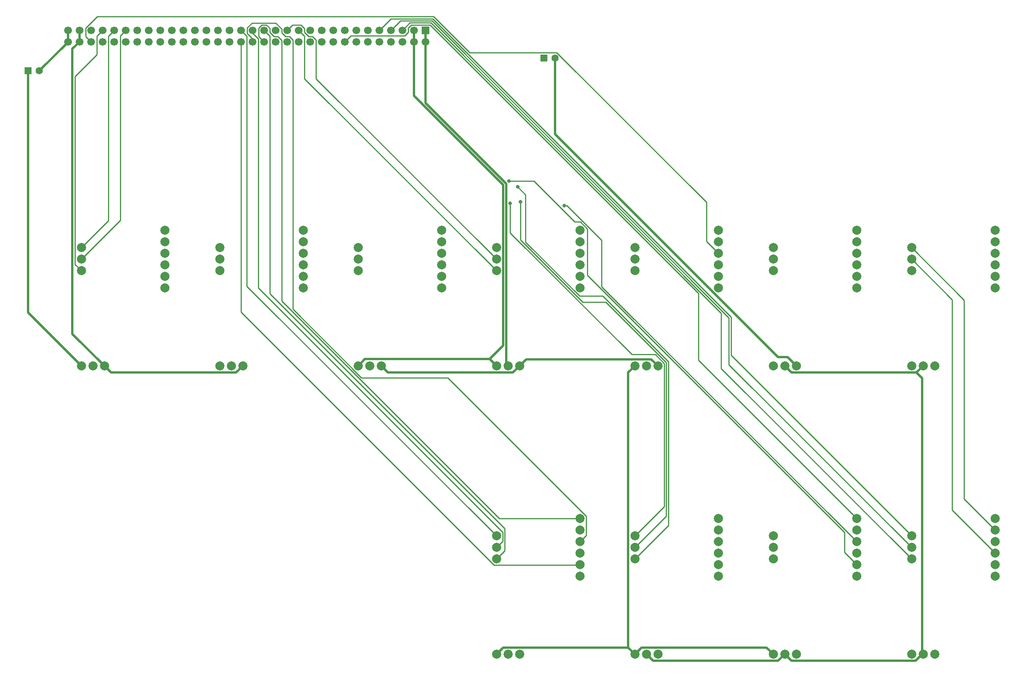
<source format=gbr>
G04 #@! TF.GenerationSoftware,KiCad,Pcbnew,(5.0.0)*
G04 #@! TF.CreationDate,2019-11-08T18:27:29+00:00*
G04 #@! TF.ProjectId,A-FS,412D46532E6B696361645F7063620000,rev?*
G04 #@! TF.SameCoordinates,Original*
G04 #@! TF.FileFunction,Copper,L2,Bot,Signal*
G04 #@! TF.FilePolarity,Positive*
%FSLAX46Y46*%
G04 Gerber Fmt 4.6, Leading zero omitted, Abs format (unit mm)*
G04 Created by KiCad (PCBNEW (5.0.0)) date 11/08/19 18:27:29*
%MOMM*%
%LPD*%
G01*
G04 APERTURE LIST*
G04 #@! TA.AperFunction,ComponentPad*
%ADD10C,2.000000*%
G04 #@! TD*
G04 #@! TA.AperFunction,ComponentPad*
%ADD11C,1.600000*%
G04 #@! TD*
G04 #@! TA.AperFunction,ComponentPad*
%ADD12R,1.600000X1.600000*%
G04 #@! TD*
G04 #@! TA.AperFunction,ComponentPad*
%ADD13C,1.700000*%
G04 #@! TD*
G04 #@! TA.AperFunction,ComponentPad*
%ADD14R,1.700000X1.700000*%
G04 #@! TD*
G04 #@! TA.AperFunction,ViaPad*
%ADD15C,0.800000*%
G04 #@! TD*
G04 #@! TA.AperFunction,Conductor*
%ADD16C,0.500000*%
G04 #@! TD*
G04 #@! TA.AperFunction,Conductor*
%ADD17C,0.250000*%
G04 #@! TD*
G04 APERTURE END LIST*
D10*
G04 #@! TO.P,U8,13*
G04 #@! TO.N,Net-(U1-Pad5)*
X225425000Y-78740000D03*
G04 #@! TO.P,U8,12*
G04 #@! TO.N,Net-(U1-Pad3)*
X225425000Y-81280000D03*
G04 #@! TO.P,U8,11*
G04 #@! TO.N,Net-(U1-Pad1)*
X225425000Y-83820000D03*
G04 #@! TO.P,U8,6*
G04 #@! TO.N,IR3*
X243840000Y-74930000D03*
G04 #@! TO.P,U8,5*
G04 #@! TO.N,N/C*
X243840000Y-77470000D03*
G04 #@! TO.P,U8,4*
G04 #@! TO.N,IR2*
X243840000Y-80010000D03*
G04 #@! TO.P,U8,3*
G04 #@! TO.N,N/C*
X243840000Y-82550000D03*
G04 #@! TO.P,U8,2*
G04 #@! TO.N,IR1*
X243840000Y-85090000D03*
G04 #@! TO.P,U8,1*
G04 #@! TO.N,N/C*
X243840000Y-87630000D03*
G04 #@! TO.P,U8,23*
G04 #@! TO.N,Neg6v*
X230505000Y-104775000D03*
G04 #@! TO.P,U8,22*
G04 #@! TO.N,GND*
X227965000Y-104775000D03*
G04 #@! TO.P,U8,21*
G04 #@! TO.N,6v*
X225425000Y-104775000D03*
G04 #@! TD*
G04 #@! TO.P,U1,13*
G04 #@! TO.N,IP'3*
X225425000Y-142240000D03*
G04 #@! TO.P,U1,12*
G04 #@! TO.N,IP'2*
X225425000Y-144780000D03*
G04 #@! TO.P,U1,11*
G04 #@! TO.N,IP'1*
X225425000Y-147320000D03*
G04 #@! TO.P,U1,6*
G04 #@! TO.N,N/C*
X243840000Y-138430000D03*
G04 #@! TO.P,U1,5*
G04 #@! TO.N,Net-(U1-Pad5)*
X243840000Y-140970000D03*
G04 #@! TO.P,U1,4*
G04 #@! TO.N,N/C*
X243840000Y-143510000D03*
G04 #@! TO.P,U1,3*
G04 #@! TO.N,Net-(U1-Pad3)*
X243840000Y-146050000D03*
G04 #@! TO.P,U1,2*
G04 #@! TO.N,N/C*
X243840000Y-148590000D03*
G04 #@! TO.P,U1,1*
G04 #@! TO.N,Net-(U1-Pad1)*
X243840000Y-151130000D03*
G04 #@! TO.P,U1,23*
G04 #@! TO.N,Neg6v*
X230505000Y-168275000D03*
G04 #@! TO.P,U1,22*
G04 #@! TO.N,GND*
X227965000Y-168275000D03*
G04 #@! TO.P,U1,21*
G04 #@! TO.N,6v*
X225425000Y-168275000D03*
G04 #@! TD*
G04 #@! TO.P,U12,13*
G04 #@! TO.N,W15*
X103505000Y-78740000D03*
G04 #@! TO.P,U12,12*
G04 #@! TO.N,N/C*
X103505000Y-81280000D03*
G04 #@! TO.P,U12,11*
X103505000Y-83820000D03*
G04 #@! TO.P,U12,6*
G04 #@! TO.N,~NG15~k*
X121920000Y-74930000D03*
G04 #@! TO.P,U12,5*
G04 #@! TO.N,N/C*
X121920000Y-77470000D03*
G04 #@! TO.P,U12,4*
X121920000Y-80010000D03*
G04 #@! TO.P,U12,3*
X121920000Y-82550000D03*
G04 #@! TO.P,U12,2*
X121920000Y-85090000D03*
G04 #@! TO.P,U12,1*
X121920000Y-87630000D03*
G04 #@! TO.P,U12,23*
G04 #@! TO.N,Neg6v*
X108585000Y-104775000D03*
G04 #@! TO.P,U12,22*
G04 #@! TO.N,GND*
X106045000Y-104775000D03*
G04 #@! TO.P,U12,21*
G04 #@! TO.N,6v*
X103505000Y-104775000D03*
G04 #@! TD*
G04 #@! TO.P,U11,13*
G04 #@! TO.N,W18*
X133985000Y-78740000D03*
G04 #@! TO.P,U11,12*
G04 #@! TO.N,W14*
X133985000Y-81280000D03*
G04 #@! TO.P,U11,11*
G04 #@! TO.N,W16*
X133985000Y-83820000D03*
G04 #@! TO.P,U11,6*
G04 #@! TO.N,~NG18~k*
X152400000Y-74930000D03*
G04 #@! TO.P,U11,5*
G04 #@! TO.N,N/C*
X152400000Y-77470000D03*
G04 #@! TO.P,U11,4*
G04 #@! TO.N,~NG14~k*
X152400000Y-80010000D03*
G04 #@! TO.P,U11,3*
G04 #@! TO.N,N/C*
X152400000Y-82550000D03*
G04 #@! TO.P,U11,2*
G04 #@! TO.N,~NG16~k*
X152400000Y-85090000D03*
G04 #@! TO.P,U11,1*
G04 #@! TO.N,N/C*
X152400000Y-87630000D03*
G04 #@! TO.P,U11,23*
G04 #@! TO.N,Neg6v*
X139065000Y-104775000D03*
G04 #@! TO.P,U11,22*
G04 #@! TO.N,GND*
X136525000Y-104775000D03*
G04 #@! TO.P,U11,21*
G04 #@! TO.N,6v*
X133985000Y-104775000D03*
G04 #@! TD*
G04 #@! TO.P,U14,13*
G04 #@! TO.N,INT2*
X42545000Y-78740000D03*
G04 #@! TO.P,U14,12*
G04 #@! TO.N,INT1*
X42545000Y-81280000D03*
G04 #@! TO.P,U14,11*
G04 #@! TO.N,INT3*
X42545000Y-83820000D03*
G04 #@! TO.P,U14,6*
G04 #@! TO.N,N/C*
X60960000Y-74930000D03*
G04 #@! TO.P,U14,5*
G04 #@! TO.N,Net-(U13-Pad13)*
X60960000Y-77470000D03*
G04 #@! TO.P,U14,4*
G04 #@! TO.N,N/C*
X60960000Y-80010000D03*
G04 #@! TO.P,U14,3*
G04 #@! TO.N,Net-(U13-Pad12)*
X60960000Y-82550000D03*
G04 #@! TO.P,U14,2*
G04 #@! TO.N,N/C*
X60960000Y-85090000D03*
G04 #@! TO.P,U14,1*
G04 #@! TO.N,Net-(U13-Pad11)*
X60960000Y-87630000D03*
G04 #@! TO.P,U14,23*
G04 #@! TO.N,Neg6v*
X47625000Y-104775000D03*
G04 #@! TO.P,U14,22*
G04 #@! TO.N,GND*
X45085000Y-104775000D03*
G04 #@! TO.P,U14,21*
G04 #@! TO.N,6v*
X42545000Y-104775000D03*
G04 #@! TD*
G04 #@! TO.P,U13,13*
G04 #@! TO.N,Net-(U13-Pad13)*
X73025000Y-78740000D03*
G04 #@! TO.P,U13,12*
G04 #@! TO.N,Net-(U13-Pad12)*
X73025000Y-81280000D03*
G04 #@! TO.P,U13,11*
G04 #@! TO.N,Net-(U13-Pad11)*
X73025000Y-83820000D03*
G04 #@! TO.P,U13,6*
G04 #@! TO.N,PI2*
X91440000Y-74930000D03*
G04 #@! TO.P,U13,5*
G04 #@! TO.N,N/C*
X91440000Y-77470000D03*
G04 #@! TO.P,U13,4*
G04 #@! TO.N,PI1*
X91440000Y-80010000D03*
G04 #@! TO.P,U13,3*
G04 #@! TO.N,N/C*
X91440000Y-82550000D03*
G04 #@! TO.P,U13,2*
G04 #@! TO.N,PI3*
X91440000Y-85090000D03*
G04 #@! TO.P,U13,1*
G04 #@! TO.N,N/C*
X91440000Y-87630000D03*
G04 #@! TO.P,U13,23*
G04 #@! TO.N,Neg6v*
X78105000Y-104775000D03*
G04 #@! TO.P,U13,22*
G04 #@! TO.N,GND*
X75565000Y-104775000D03*
G04 #@! TO.P,U13,21*
G04 #@! TO.N,6v*
X73025000Y-104775000D03*
G04 #@! TD*
G04 #@! TO.P,U2,13*
G04 #@! TO.N,Net-(U2-Pad13)*
X194945000Y-142240000D03*
G04 #@! TO.P,U2,12*
G04 #@! TO.N,Net-(U2-Pad12)*
X194945000Y-144780000D03*
G04 #@! TO.P,U2,11*
G04 #@! TO.N,Net-(U2-Pad11)*
X194945000Y-147320000D03*
G04 #@! TO.P,U2,6*
G04 #@! TO.N,IR7*
X213360000Y-138430000D03*
G04 #@! TO.P,U2,5*
G04 #@! TO.N,N/C*
X213360000Y-140970000D03*
G04 #@! TO.P,U2,4*
G04 #@! TO.N,IR6*
X213360000Y-143510000D03*
G04 #@! TO.P,U2,3*
G04 #@! TO.N,N/C*
X213360000Y-146050000D03*
G04 #@! TO.P,U2,2*
G04 #@! TO.N,IR4*
X213360000Y-148590000D03*
G04 #@! TO.P,U2,1*
G04 #@! TO.N,N/C*
X213360000Y-151130000D03*
G04 #@! TO.P,U2,23*
G04 #@! TO.N,Neg6v*
X200025000Y-168275000D03*
G04 #@! TO.P,U2,22*
G04 #@! TO.N,GND*
X197485000Y-168275000D03*
G04 #@! TO.P,U2,21*
G04 #@! TO.N,6v*
X194945000Y-168275000D03*
G04 #@! TD*
G04 #@! TO.P,U3,13*
G04 #@! TO.N,IP'7*
X164465000Y-142240000D03*
G04 #@! TO.P,U3,12*
G04 #@! TO.N,IP'6*
X164465000Y-144780000D03*
G04 #@! TO.P,U3,11*
G04 #@! TO.N,IP'4*
X164465000Y-147320000D03*
G04 #@! TO.P,U3,6*
G04 #@! TO.N,N/C*
X182880000Y-138430000D03*
G04 #@! TO.P,U3,5*
G04 #@! TO.N,Net-(U2-Pad13)*
X182880000Y-140970000D03*
G04 #@! TO.P,U3,4*
G04 #@! TO.N,N/C*
X182880000Y-143510000D03*
G04 #@! TO.P,U3,3*
G04 #@! TO.N,Net-(U2-Pad12)*
X182880000Y-146050000D03*
G04 #@! TO.P,U3,2*
G04 #@! TO.N,N/C*
X182880000Y-148590000D03*
G04 #@! TO.P,U3,1*
G04 #@! TO.N,Net-(U2-Pad11)*
X182880000Y-151130000D03*
G04 #@! TO.P,U3,23*
G04 #@! TO.N,Neg6v*
X169545000Y-168275000D03*
G04 #@! TO.P,U3,22*
G04 #@! TO.N,GND*
X167005000Y-168275000D03*
G04 #@! TO.P,U3,21*
G04 #@! TO.N,6v*
X164465000Y-168275000D03*
G04 #@! TD*
G04 #@! TO.P,U4,13*
G04 #@! TO.N,W4*
X133985000Y-142240000D03*
G04 #@! TO.P,U4,12*
G04 #@! TO.N,W3*
X133985000Y-144780000D03*
G04 #@! TO.P,U4,11*
G04 #@! TO.N,W2*
X133985000Y-147320000D03*
G04 #@! TO.P,U4,6*
G04 #@! TO.N,~NG4~k*
X152400000Y-138430000D03*
G04 #@! TO.P,U4,5*
G04 #@! TO.N,N/C*
X152400000Y-140970000D03*
G04 #@! TO.P,U4,4*
G04 #@! TO.N,~NG3~k*
X152400000Y-143510000D03*
G04 #@! TO.P,U4,3*
G04 #@! TO.N,N/C*
X152400000Y-146050000D03*
G04 #@! TO.P,U4,2*
G04 #@! TO.N,~NG2~k*
X152400000Y-148590000D03*
G04 #@! TO.P,U4,1*
G04 #@! TO.N,N/C*
X152400000Y-151130000D03*
G04 #@! TO.P,U4,23*
G04 #@! TO.N,Neg6v*
X139065000Y-168275000D03*
G04 #@! TO.P,U4,22*
G04 #@! TO.N,GND*
X136525000Y-168275000D03*
G04 #@! TO.P,U4,21*
G04 #@! TO.N,6v*
X133985000Y-168275000D03*
G04 #@! TD*
G04 #@! TO.P,U9,13*
G04 #@! TO.N,Net-(U10-Pad5)*
X194945000Y-78740000D03*
G04 #@! TO.P,U9,12*
G04 #@! TO.N,Net-(U10-Pad3)*
X194945000Y-81280000D03*
G04 #@! TO.P,U9,11*
G04 #@! TO.N,N/C*
X194945000Y-83820000D03*
G04 #@! TO.P,U9,6*
G04 #@! TO.N,IR5*
X213360000Y-74930000D03*
G04 #@! TO.P,U9,5*
G04 #@! TO.N,N/C*
X213360000Y-77470000D03*
G04 #@! TO.P,U9,4*
G04 #@! TO.N,IR8*
X213360000Y-80010000D03*
G04 #@! TO.P,U9,3*
G04 #@! TO.N,N/C*
X213360000Y-82550000D03*
G04 #@! TO.P,U9,2*
X213360000Y-85090000D03*
G04 #@! TO.P,U9,1*
X213360000Y-87630000D03*
G04 #@! TO.P,U9,23*
G04 #@! TO.N,Neg6v*
X200025000Y-104775000D03*
G04 #@! TO.P,U9,22*
G04 #@! TO.N,GND*
X197485000Y-104775000D03*
G04 #@! TO.P,U9,21*
G04 #@! TO.N,6v*
X194945000Y-104775000D03*
G04 #@! TD*
G04 #@! TO.P,U10,13*
G04 #@! TO.N,IP'5*
X164465000Y-78740000D03*
G04 #@! TO.P,U10,12*
G04 #@! TO.N,IP'8*
X164465000Y-81280000D03*
G04 #@! TO.P,U10,11*
G04 #@! TO.N,N/C*
X164465000Y-83820000D03*
G04 #@! TO.P,U10,6*
X182880000Y-74930000D03*
G04 #@! TO.P,U10,5*
G04 #@! TO.N,Net-(U10-Pad5)*
X182880000Y-77470000D03*
G04 #@! TO.P,U10,4*
G04 #@! TO.N,~A~1*
X182880000Y-80010000D03*
G04 #@! TO.P,U10,3*
G04 #@! TO.N,Net-(U10-Pad3)*
X182880000Y-82550000D03*
G04 #@! TO.P,U10,2*
G04 #@! TO.N,N/C*
X182880000Y-85090000D03*
G04 #@! TO.P,U10,1*
X182880000Y-87630000D03*
G04 #@! TO.P,U10,23*
G04 #@! TO.N,Neg6v*
X169545000Y-104775000D03*
G04 #@! TO.P,U10,22*
G04 #@! TO.N,GND*
X167005000Y-104775000D03*
G04 #@! TO.P,U10,21*
G04 #@! TO.N,6v*
X164465000Y-104775000D03*
G04 #@! TD*
D11*
G04 #@! TO.P,C1,2*
G04 #@! TO.N,Neg6v*
X146900000Y-37000000D03*
D12*
G04 #@! TO.P,C1,1*
G04 #@! TO.N,GND*
X144400000Y-37000000D03*
G04 #@! TD*
D11*
G04 #@! TO.P,C2,2*
G04 #@! TO.N,GND*
X33300000Y-39800000D03*
D12*
G04 #@! TO.P,C2,1*
G04 #@! TO.N,6v*
X30800000Y-39800000D03*
G04 #@! TD*
D13*
G04 #@! TO.P,J1,AL*
G04 #@! TO.N,GND*
X39605000Y-33401000D03*
G04 #@! TO.P,J1,32*
X39605000Y-30861000D03*
G04 #@! TO.P,J1,AK*
G04 #@! TO.N,Neg6v*
X42145000Y-33401000D03*
G04 #@! TO.P,J1,31*
X42145000Y-30861000D03*
G04 #@! TO.P,J1,AJ*
G04 #@! TO.N,~A~1*
X44685000Y-33401000D03*
G04 #@! TO.P,J1,30*
G04 #@! TO.N,N/C*
X44685000Y-30861000D03*
G04 #@! TO.P,J1,AH*
G04 #@! TO.N,PI3*
X47225000Y-33401000D03*
G04 #@! TO.P,J1,29*
G04 #@! TO.N,INT3*
X47225000Y-30861000D03*
G04 #@! TO.P,J1,AF*
G04 #@! TO.N,PI2*
X49765000Y-33401000D03*
G04 #@! TO.P,J1,28*
G04 #@! TO.N,INT2*
X49765000Y-30861000D03*
G04 #@! TO.P,J1,AE*
G04 #@! TO.N,PI1*
X52305000Y-33401000D03*
G04 #@! TO.P,J1,27*
G04 #@! TO.N,INT1*
X52305000Y-30861000D03*
G04 #@! TO.P,J1,AD*
G04 #@! TO.N,N/C*
X54845000Y-33401000D03*
G04 #@! TO.P,J1,26*
X54845000Y-30861000D03*
G04 #@! TO.P,J1,AC*
X57385000Y-33401000D03*
G04 #@! TO.P,J1,25*
X57385000Y-30861000D03*
G04 #@! TO.P,J1,AB*
X59925000Y-33401000D03*
G04 #@! TO.P,J1,24*
X59925000Y-30861000D03*
G04 #@! TO.P,J1,AA*
X62465000Y-33401000D03*
G04 #@! TO.P,J1,23*
X62465000Y-30861000D03*
G04 #@! TO.P,J1,Z*
X65005000Y-33401000D03*
G04 #@! TO.P,J1,22*
X65005000Y-30861000D03*
G04 #@! TO.P,J1,Y*
X67545000Y-33401000D03*
G04 #@! TO.P,J1,21*
X67545000Y-30861000D03*
G04 #@! TO.P,J1,X*
X70085000Y-33401000D03*
G04 #@! TO.P,J1,20*
G04 #@! TO.N,W15*
X70085000Y-30861000D03*
G04 #@! TO.P,J1,W*
G04 #@! TO.N,N/C*
X72625000Y-33401000D03*
G04 #@! TO.P,J1,19*
X72625000Y-30861000D03*
G04 #@! TO.P,J1,V*
G04 #@! TO.N,~NG15~k*
X75165000Y-33401000D03*
G04 #@! TO.P,J1,18*
G04 #@! TO.N,N/C*
X75165000Y-30861000D03*
G04 #@! TO.P,J1,U*
G04 #@! TO.N,~NG2~k*
X77705000Y-33401000D03*
G04 #@! TO.P,J1,17*
G04 #@! TO.N,W4*
X77705000Y-30861000D03*
G04 #@! TO.P,J1,T*
G04 #@! TO.N,~NG3~k*
X80245000Y-33401000D03*
G04 #@! TO.P,J1,16*
G04 #@! TO.N,W3*
X80245000Y-30861000D03*
G04 #@! TO.P,J1,S*
G04 #@! TO.N,~NG4~k*
X82785000Y-33401000D03*
G04 #@! TO.P,J1,15*
G04 #@! TO.N,W2*
X82785000Y-30861000D03*
G04 #@! TO.P,J1,R*
G04 #@! TO.N,~NG18~k*
X85325000Y-33401000D03*
G04 #@! TO.P,J1,14*
G04 #@! TO.N,W18*
X85325000Y-30861000D03*
G04 #@! TO.P,J1,P*
G04 #@! TO.N,~NG14~k*
X87865000Y-33401000D03*
G04 #@! TO.P,J1,13*
G04 #@! TO.N,W14*
X87865000Y-30861000D03*
G04 #@! TO.P,J1,N*
G04 #@! TO.N,~NG16~k*
X90405000Y-33401000D03*
G04 #@! TO.P,J1,12*
G04 #@! TO.N,W16*
X90405000Y-30861000D03*
G04 #@! TO.P,J1,M*
G04 #@! TO.N,N/C*
X92945000Y-33401000D03*
G04 #@! TO.P,J1,11*
X92945000Y-30861000D03*
G04 #@! TO.P,J1,L*
G04 #@! TO.N,IR5*
X95485000Y-33401000D03*
G04 #@! TO.P,J1,10*
G04 #@! TO.N,IP'5*
X95485000Y-30861000D03*
G04 #@! TO.P,J1,K*
G04 #@! TO.N,IR8*
X98025000Y-33401000D03*
G04 #@! TO.P,J1,9*
G04 #@! TO.N,IP'8*
X98025000Y-30861000D03*
G04 #@! TO.P,J1,J*
G04 #@! TO.N,IR7*
X100565000Y-33401000D03*
G04 #@! TO.P,J1,8*
G04 #@! TO.N,IP'7*
X100565000Y-30861000D03*
G04 #@! TO.P,J1,H*
G04 #@! TO.N,IR6*
X103105000Y-33401000D03*
G04 #@! TO.P,J1,7*
G04 #@! TO.N,IP'6*
X103105000Y-30861000D03*
G04 #@! TO.P,J1,F*
G04 #@! TO.N,IR4*
X105645000Y-33401000D03*
G04 #@! TO.P,J1,6*
G04 #@! TO.N,IP'4*
X105645000Y-30861000D03*
G04 #@! TO.P,J1,E*
G04 #@! TO.N,IR3*
X108185000Y-33401000D03*
G04 #@! TO.P,J1,5*
G04 #@! TO.N,IP'3*
X108185000Y-30861000D03*
G04 #@! TO.P,J1,D*
G04 #@! TO.N,IR2*
X110725000Y-33401000D03*
G04 #@! TO.P,J1,4*
G04 #@! TO.N,IP'2*
X110725000Y-30861000D03*
G04 #@! TO.P,J1,C*
G04 #@! TO.N,IR1*
X113265000Y-33401000D03*
G04 #@! TO.P,J1,3*
G04 #@! TO.N,IP'1*
X113265000Y-30861000D03*
G04 #@! TO.P,J1,B*
G04 #@! TO.N,6v*
X115805000Y-33401000D03*
G04 #@! TO.P,J1,2*
X115805000Y-30861000D03*
G04 #@! TO.P,J1,A*
G04 #@! TO.N,GND*
X118345000Y-33401000D03*
D14*
G04 #@! TO.P,J1,1*
X118345000Y-30861000D03*
G04 #@! TD*
D15*
G04 #@! TO.N,IP'7*
X137006700Y-68996100D03*
G04 #@! TO.N,IR6*
X148877700Y-69491700D03*
G04 #@! TO.N,IP'6*
X139248100Y-68639300D03*
G04 #@! TO.N,IR4*
X136733300Y-64037300D03*
G04 #@! TO.N,IP'4*
X138695700Y-65373300D03*
G04 #@! TD*
D16*
G04 #@! TO.N,6v*
X164465000Y-168275000D02*
X165918900Y-166821100D01*
X165918900Y-166821100D02*
X193491100Y-166821100D01*
X193491100Y-166821100D02*
X194945000Y-168275000D01*
X162999500Y-166809500D02*
X164465000Y-168275000D01*
X115805000Y-33401000D02*
X115805000Y-45302000D01*
X115805000Y-45302000D02*
X135449600Y-64946600D01*
X135449600Y-64946600D02*
X135449600Y-100331000D01*
X135449600Y-100331000D02*
X132495300Y-103285300D01*
X164465000Y-104775000D02*
X162999500Y-106240500D01*
X162999500Y-106240500D02*
X162999500Y-166809500D01*
X162999500Y-166809500D02*
X135450500Y-166809500D01*
X135450500Y-166809500D02*
X133985000Y-168275000D01*
X115805000Y-30861000D02*
X115805000Y-33401000D01*
X132495300Y-103285300D02*
X104994700Y-103285300D01*
X104994700Y-103285300D02*
X103505000Y-104775000D01*
X133985000Y-104775000D02*
X132495300Y-103285300D01*
X30800000Y-39800000D02*
X30800000Y-93030000D01*
X30800000Y-93030000D02*
X42545000Y-104775000D01*
G04 #@! TO.N,Neg6v*
X108585000Y-104775000D02*
X110056200Y-106246200D01*
X110056200Y-106246200D02*
X137593800Y-106246200D01*
X137593800Y-106246200D02*
X139065000Y-104775000D01*
X139065000Y-104775000D02*
X140522300Y-103317700D01*
X140522300Y-103317700D02*
X168087700Y-103317700D01*
X168087700Y-103317700D02*
X169545000Y-104775000D01*
X200025000Y-104775000D02*
X198085800Y-102835800D01*
X198085800Y-102835800D02*
X196034600Y-102835800D01*
X196034600Y-102835800D02*
X146900000Y-53701200D01*
X146900000Y-53701200D02*
X146900000Y-37000000D01*
X78105000Y-104775000D02*
X76634700Y-106245300D01*
X76634700Y-106245300D02*
X49095300Y-106245300D01*
X49095300Y-106245300D02*
X47625000Y-104775000D01*
X42145000Y-33401000D02*
X40567900Y-34978100D01*
X40567900Y-34978100D02*
X40567900Y-97717900D01*
X40567900Y-97717900D02*
X47625000Y-104775000D01*
X42145000Y-30861000D02*
X42145000Y-33401000D01*
G04 #@! TO.N,GND*
X118345000Y-33401000D02*
X118345000Y-46851500D01*
X118345000Y-46851500D02*
X136150000Y-64656500D01*
X136150000Y-64656500D02*
X136150000Y-104400000D01*
X136150000Y-104400000D02*
X136525000Y-104775000D01*
X118345000Y-30861000D02*
X118345000Y-33401000D01*
X197485000Y-168275000D02*
X196034600Y-169725400D01*
X196034600Y-169725400D02*
X168455400Y-169725400D01*
X168455400Y-169725400D02*
X167005000Y-168275000D01*
X227720700Y-168275000D02*
X227720700Y-107506500D01*
X227720700Y-107506500D02*
X226477100Y-106262900D01*
X197485000Y-168275000D02*
X198939400Y-169729400D01*
X198939400Y-169729400D02*
X226266300Y-169729400D01*
X226266300Y-169729400D02*
X227720700Y-168275000D01*
X227720700Y-168275000D02*
X227965000Y-168275000D01*
X226477100Y-106262900D02*
X227965000Y-104775000D01*
X197485000Y-104775000D02*
X198972900Y-106262900D01*
X198972900Y-106262900D02*
X226477100Y-106262900D01*
X33300000Y-39800000D02*
X39605000Y-33495000D01*
X39605000Y-33495000D02*
X39605000Y-33401000D01*
X39605000Y-30861000D02*
X39605000Y-33401000D01*
D17*
G04 #@! TO.N,~A~1*
X44685000Y-33401000D02*
X43494400Y-32210400D01*
X43494400Y-32210400D02*
X43494400Y-30370300D01*
X43494400Y-30370300D02*
X46029900Y-27834800D01*
X46029900Y-27834800D02*
X120117900Y-27834800D01*
X120117900Y-27834800D02*
X128053700Y-35770600D01*
X128053700Y-35770600D02*
X147266900Y-35770600D01*
X147266900Y-35770600D02*
X180257100Y-68760800D01*
X180257100Y-68760800D02*
X180257100Y-77387100D01*
X180257100Y-77387100D02*
X182880000Y-80010000D01*
G04 #@! TO.N,INT3*
X47225000Y-30861000D02*
X45955000Y-32131000D01*
X45955000Y-32131000D02*
X45955000Y-36190000D01*
X45955000Y-36190000D02*
X41145000Y-41000000D01*
X41145000Y-41000000D02*
X41145000Y-82420000D01*
X41145000Y-82420000D02*
X42545000Y-83820000D01*
G04 #@! TO.N,INT2*
X49765000Y-30861000D02*
X48495000Y-32131000D01*
X48495000Y-32131000D02*
X48495000Y-72790000D01*
X48495000Y-72790000D02*
X42545000Y-78740000D01*
G04 #@! TO.N,INT1*
X52305000Y-30861000D02*
X51114500Y-32051500D01*
X51114500Y-32051500D02*
X51114500Y-72710500D01*
X51114500Y-72710500D02*
X42545000Y-81280000D01*
G04 #@! TO.N,~NG2~k*
X77705000Y-33401000D02*
X77705000Y-92919700D01*
X77705000Y-92919700D02*
X133451200Y-148665900D01*
X133451200Y-148665900D02*
X152324100Y-148665900D01*
X152324100Y-148665900D02*
X152400000Y-148590000D01*
G04 #@! TO.N,W4*
X77705000Y-30861000D02*
X78975000Y-32131000D01*
X78975000Y-32131000D02*
X78975000Y-87230000D01*
X78975000Y-87230000D02*
X133985000Y-142240000D01*
G04 #@! TO.N,~NG3~k*
X80245000Y-33401000D02*
X80245000Y-32764100D01*
X80245000Y-32764100D02*
X79064400Y-31583500D01*
X79064400Y-31583500D02*
X79064400Y-30311300D01*
X79064400Y-30311300D02*
X80149400Y-29226300D01*
X80149400Y-29226300D02*
X85373300Y-29226300D01*
X85373300Y-29226300D02*
X86688800Y-30541800D01*
X86688800Y-30541800D02*
X86688800Y-31349100D01*
X86688800Y-31349100D02*
X87565300Y-32225600D01*
X87565300Y-32225600D02*
X88390600Y-32225600D01*
X88390600Y-32225600D02*
X89135000Y-32970000D01*
X89135000Y-32970000D02*
X89135000Y-92292600D01*
X89135000Y-92292600D02*
X104221000Y-107378600D01*
X104221000Y-107378600D02*
X123287700Y-107378600D01*
X123287700Y-107378600D02*
X153768900Y-137859800D01*
X153768900Y-137859800D02*
X153768900Y-142141100D01*
X153768900Y-142141100D02*
X152400000Y-143510000D01*
G04 #@! TO.N,W3*
X133985000Y-144780000D02*
X135351100Y-143413900D01*
X135351100Y-143413900D02*
X135351100Y-141406000D01*
X135351100Y-141406000D02*
X81515000Y-87569900D01*
X81515000Y-87569900D02*
X81515000Y-32767900D01*
X81515000Y-32767900D02*
X80245000Y-31497900D01*
X80245000Y-31497900D02*
X80245000Y-30861000D01*
G04 #@! TO.N,~NG4~k*
X82785000Y-33401000D02*
X81587700Y-32203700D01*
X81587700Y-32203700D02*
X81587700Y-30341700D01*
X81587700Y-30341700D02*
X82251900Y-29677500D01*
X82251900Y-29677500D02*
X83324900Y-29677500D01*
X83324900Y-29677500D02*
X84055000Y-30407600D01*
X84055000Y-30407600D02*
X84055000Y-31270300D01*
X84055000Y-31270300D02*
X85010300Y-32225600D01*
X85010300Y-32225600D02*
X85850600Y-32225600D01*
X85850600Y-32225600D02*
X86689000Y-33064000D01*
X86689000Y-33064000D02*
X86689000Y-90483500D01*
X86689000Y-90483500D02*
X134635500Y-138430000D01*
X134635500Y-138430000D02*
X152400000Y-138430000D01*
G04 #@! TO.N,W2*
X133985000Y-147320000D02*
X135801500Y-145503500D01*
X135801500Y-145503500D02*
X135801500Y-140582500D01*
X135801500Y-140582500D02*
X84055000Y-88836000D01*
X84055000Y-88836000D02*
X84055000Y-32131000D01*
X84055000Y-32131000D02*
X82785000Y-30861000D01*
G04 #@! TO.N,W14*
X87865000Y-30861000D02*
X89057700Y-29668300D01*
X89057700Y-29668300D02*
X90900400Y-29668300D01*
X90900400Y-29668300D02*
X91675000Y-30442900D01*
X91675000Y-30442900D02*
X91675000Y-31270400D01*
X91675000Y-31270400D02*
X92630200Y-32225600D01*
X92630200Y-32225600D02*
X93470600Y-32225600D01*
X93470600Y-32225600D02*
X94215000Y-32970000D01*
X94215000Y-32970000D02*
X94215000Y-41510000D01*
X94215000Y-41510000D02*
X133985000Y-81280000D01*
G04 #@! TO.N,W16*
X90405000Y-30861000D02*
X91675000Y-32131000D01*
X91675000Y-32131000D02*
X91675000Y-41510000D01*
X91675000Y-41510000D02*
X133985000Y-83820000D01*
G04 #@! TO.N,IR7*
X100565000Y-33401000D02*
X101929600Y-32036400D01*
X101929600Y-32036400D02*
X113790600Y-32036400D01*
X113790600Y-32036400D02*
X114535000Y-31292000D01*
X114535000Y-31292000D02*
X114535000Y-30360900D01*
X114535000Y-30360900D02*
X115210300Y-29685600D01*
X115210300Y-29685600D02*
X119345500Y-29685600D01*
X119345500Y-29685600D02*
X178438300Y-88778400D01*
X178438300Y-88778400D02*
X178438300Y-103508300D01*
X178438300Y-103508300D02*
X213360000Y-138430000D01*
G04 #@! TO.N,IP'7*
X137006700Y-68996100D02*
X137006700Y-75463300D01*
X137006700Y-75463300D02*
X163809000Y-102265600D01*
X163809000Y-102265600D02*
X168951700Y-102265600D01*
X168951700Y-102265600D02*
X170928200Y-104242100D01*
X170928200Y-104242100D02*
X170928200Y-135776800D01*
X170928200Y-135776800D02*
X164465000Y-142240000D01*
G04 #@! TO.N,IR6*
X213360000Y-143510000D02*
X157159700Y-87309700D01*
X157159700Y-87309700D02*
X157159700Y-77136700D01*
X157159700Y-77136700D02*
X149514700Y-69491700D01*
X149514700Y-69491700D02*
X148877700Y-69491700D01*
G04 #@! TO.N,IP'6*
X139248100Y-68639300D02*
X139248100Y-77032700D01*
X139248100Y-77032700D02*
X152982900Y-90767500D01*
X152982900Y-90767500D02*
X158090500Y-90767500D01*
X158090500Y-90767500D02*
X171378600Y-104055600D01*
X171378600Y-104055600D02*
X171378600Y-137866400D01*
X171378600Y-137866400D02*
X164465000Y-144780000D01*
G04 #@! TO.N,IR4*
X136733300Y-64037300D02*
X142197800Y-64037300D01*
X142197800Y-64037300D02*
X151223500Y-73063000D01*
X151223500Y-73063000D02*
X152449100Y-73063000D01*
X152449100Y-73063000D02*
X154019400Y-74633300D01*
X154019400Y-74633300D02*
X154019400Y-84806300D01*
X154019400Y-84806300D02*
X210627900Y-141414800D01*
X210627900Y-141414800D02*
X210627900Y-145857900D01*
X210627900Y-145857900D02*
X213360000Y-148590000D01*
G04 #@! TO.N,IP'4*
X138695700Y-65373300D02*
X140400200Y-67077800D01*
X140400200Y-67077800D02*
X140400200Y-77546600D01*
X140400200Y-77546600D02*
X152270400Y-89416800D01*
X152270400Y-89416800D02*
X157388400Y-89416800D01*
X157388400Y-89416800D02*
X171829000Y-103857400D01*
X171829000Y-103857400D02*
X171829000Y-139956000D01*
X171829000Y-139956000D02*
X164465000Y-147320000D01*
G04 #@! TO.N,IP'3*
X225425000Y-142240000D02*
X185643300Y-102458300D01*
X185643300Y-102458300D02*
X185643300Y-93997100D01*
X185643300Y-93997100D02*
X119966100Y-28319900D01*
X119966100Y-28319900D02*
X110726100Y-28319900D01*
X110726100Y-28319900D02*
X108185000Y-30861000D01*
G04 #@! TO.N,IP'2*
X225425000Y-144780000D02*
X185193000Y-104548000D01*
X185193000Y-104548000D02*
X185193000Y-94183700D01*
X185193000Y-94183700D02*
X119779500Y-28770200D01*
X119779500Y-28770200D02*
X112815800Y-28770200D01*
X112815800Y-28770200D02*
X110725000Y-30861000D01*
G04 #@! TO.N,IP'1*
X225425000Y-147320000D02*
X183493500Y-105388500D01*
X183493500Y-105388500D02*
X183493500Y-93196600D01*
X183493500Y-93196600D02*
X119517500Y-29220600D01*
X119517500Y-29220600D02*
X114905400Y-29220600D01*
X114905400Y-29220600D02*
X113265000Y-30861000D01*
G04 #@! TO.N,Net-(U1-Pad5)*
X243840000Y-140970000D02*
X236986500Y-134116500D01*
X236986500Y-134116500D02*
X236986500Y-90301500D01*
X236986500Y-90301500D02*
X225425000Y-78740000D01*
G04 #@! TO.N,Net-(U1-Pad3)*
X243840000Y-146050000D02*
X234339200Y-136549200D01*
X234339200Y-136549200D02*
X234339200Y-90194200D01*
X234339200Y-90194200D02*
X225425000Y-81280000D01*
G04 #@! TD*
M02*

</source>
